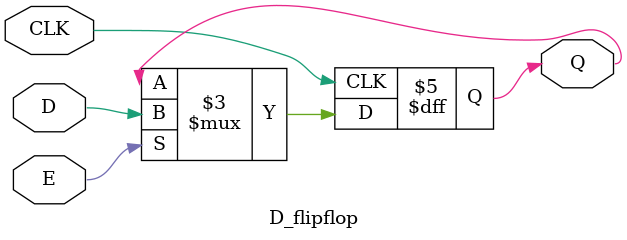
<source format=v>
module D_flipflop (D, E, CLK, Q);

	input  D, E, CLK;
	output reg Q;

	always @( posedge CLK) begin
		if(E) begin
			Q <= D;
		end
		else begin
			Q <= Q;
		end
	end

endmodule
</source>
